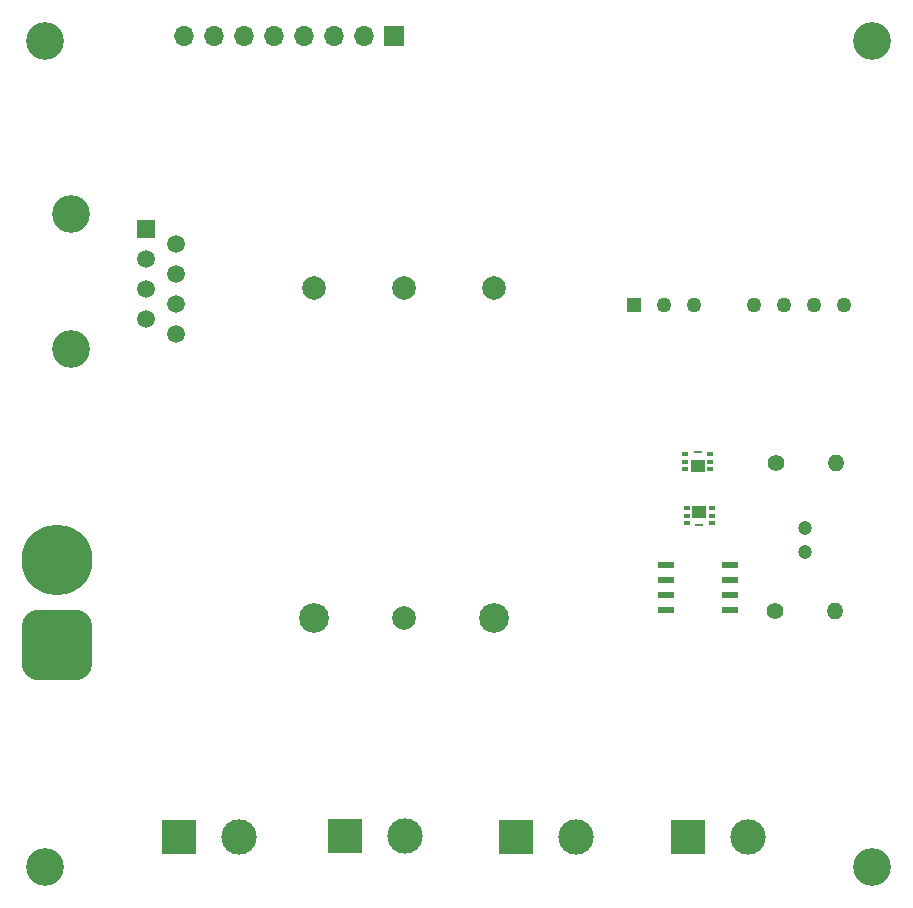
<source format=gbr>
%TF.GenerationSoftware,KiCad,Pcbnew,8.0.1*%
%TF.CreationDate,2024-07-22T16:36:45+02:00*%
%TF.ProjectId,Switch-_and_PowerDistribution-Board,53776974-6368-42d5-9f61-6e645f506f77,rev?*%
%TF.SameCoordinates,Original*%
%TF.FileFunction,Soldermask,Top*%
%TF.FilePolarity,Negative*%
%FSLAX46Y46*%
G04 Gerber Fmt 4.6, Leading zero omitted, Abs format (unit mm)*
G04 Created by KiCad (PCBNEW 8.0.1) date 2024-07-22 16:36:45*
%MOMM*%
%LPD*%
G01*
G04 APERTURE LIST*
G04 Aperture macros list*
%AMRoundRect*
0 Rectangle with rounded corners*
0 $1 Rounding radius*
0 $2 $3 $4 $5 $6 $7 $8 $9 X,Y pos of 4 corners*
0 Add a 4 corners polygon primitive as box body*
4,1,4,$2,$3,$4,$5,$6,$7,$8,$9,$2,$3,0*
0 Add four circle primitives for the rounded corners*
1,1,$1+$1,$2,$3*
1,1,$1+$1,$4,$5*
1,1,$1+$1,$6,$7*
1,1,$1+$1,$8,$9*
0 Add four rect primitives between the rounded corners*
20,1,$1+$1,$2,$3,$4,$5,0*
20,1,$1+$1,$4,$5,$6,$7,0*
20,1,$1+$1,$6,$7,$8,$9,0*
20,1,$1+$1,$8,$9,$2,$3,0*%
G04 Aperture macros list end*
%ADD10R,1.270000X1.270000*%
%ADD11C,1.270000*%
%ADD12R,3.000000X3.000000*%
%ADD13C,3.000000*%
%ADD14C,1.400000*%
%ADD15O,1.400000X1.400000*%
%ADD16C,3.200000*%
%ADD17R,1.700000X1.700000*%
%ADD18O,1.700000X1.700000*%
%ADD19C,2.006600*%
%ADD20C,2.514600*%
%ADD21C,1.200000*%
%ADD22R,1.500000X1.500000*%
%ADD23C,1.500000*%
%ADD24R,0.609600X0.304800*%
%ADD25R,1.244600X1.041400*%
%ADD26R,0.787400X0.228600*%
%ADD27RoundRect,1.500000X1.500000X-1.500000X1.500000X1.500000X-1.500000X1.500000X-1.500000X-1.500000X0*%
%ADD28C,6.000000*%
%ADD29R,1.460500X0.533400*%
G04 APERTURE END LIST*
D10*
%TO.C,U2*%
X109820000Y-82400000D03*
D11*
X112360000Y-82400000D03*
X114900000Y-82400000D03*
X119980000Y-82400000D03*
X122520000Y-82400000D03*
X125060000Y-82400000D03*
X127600000Y-82400000D03*
%TD*%
D12*
%TO.C,J2*%
X71320000Y-127400000D03*
D13*
X76400000Y-127400000D03*
%TD*%
D14*
%TO.C,R2*%
X121851700Y-95759200D03*
D15*
X126931700Y-95759200D03*
%TD*%
D16*
%TO.C,H1*%
X60000000Y-60000000D03*
%TD*%
D17*
%TO.C,J3*%
X89512500Y-59635800D03*
D18*
X86972500Y-59635800D03*
X84432500Y-59635800D03*
X81892500Y-59635800D03*
X79352500Y-59635800D03*
X76812500Y-59635800D03*
X74272500Y-59635800D03*
X71732500Y-59635800D03*
%TD*%
D19*
%TO.C,U1*%
X98020000Y-80963400D03*
X90400000Y-80963400D03*
X82780000Y-80963400D03*
D20*
X82780000Y-108903400D03*
D19*
X90400000Y-108903400D03*
D20*
X98020000Y-108903400D03*
%TD*%
D12*
%TO.C,J6*%
X114400000Y-127400000D03*
D13*
X119480000Y-127400000D03*
%TD*%
D21*
%TO.C,C1*%
X124284200Y-101295000D03*
X124284200Y-103295000D03*
%TD*%
D16*
%TO.C,H3*%
X60000000Y-130000000D03*
%TD*%
%TO.C,H4*%
X130000000Y-130000000D03*
%TD*%
%TO.C,J1*%
X62150000Y-74647500D03*
X62150000Y-86077500D03*
D22*
X68500000Y-75917500D03*
D23*
X71040000Y-77187500D03*
X68500000Y-78457500D03*
X71040000Y-79727500D03*
X68500000Y-80997500D03*
X71040000Y-82267500D03*
X68500000Y-83537500D03*
X71040000Y-84807500D03*
%TD*%
D24*
%TO.C,MOSFET1*%
X114291800Y-99550001D03*
X114291800Y-100200000D03*
X114291800Y-100849999D03*
X116400000Y-100849999D03*
X116400000Y-100200000D03*
X116400000Y-99550001D03*
D25*
X115345900Y-99870000D03*
D26*
X115345900Y-100985000D03*
%TD*%
D27*
%TO.C,J7*%
X61000000Y-111200000D03*
D28*
X61000000Y-104000000D03*
%TD*%
D24*
%TO.C,MOSFET2*%
X116284200Y-96294999D03*
X116284200Y-95645000D03*
X116284200Y-94995001D03*
X114176000Y-94995001D03*
X114176000Y-95645000D03*
X114176000Y-96294999D03*
D25*
X115230100Y-95975000D03*
D26*
X115230100Y-94860000D03*
%TD*%
D14*
%TO.C,R1*%
X121744200Y-108295000D03*
D15*
X126824200Y-108295000D03*
%TD*%
D29*
%TO.C,U3*%
X112560050Y-104390000D03*
X112560050Y-105660000D03*
X112560050Y-106930000D03*
X112560050Y-108200000D03*
X118008350Y-108200000D03*
X118008350Y-106930000D03*
X118008350Y-105660000D03*
X118008350Y-104390000D03*
%TD*%
D12*
%TO.C,J5*%
X85400000Y-127350000D03*
D13*
X90480000Y-127350000D03*
%TD*%
D16*
%TO.C,H2*%
X130000000Y-60000000D03*
%TD*%
D12*
%TO.C,J4*%
X99860000Y-127400000D03*
D13*
X104940000Y-127400000D03*
%TD*%
M02*

</source>
